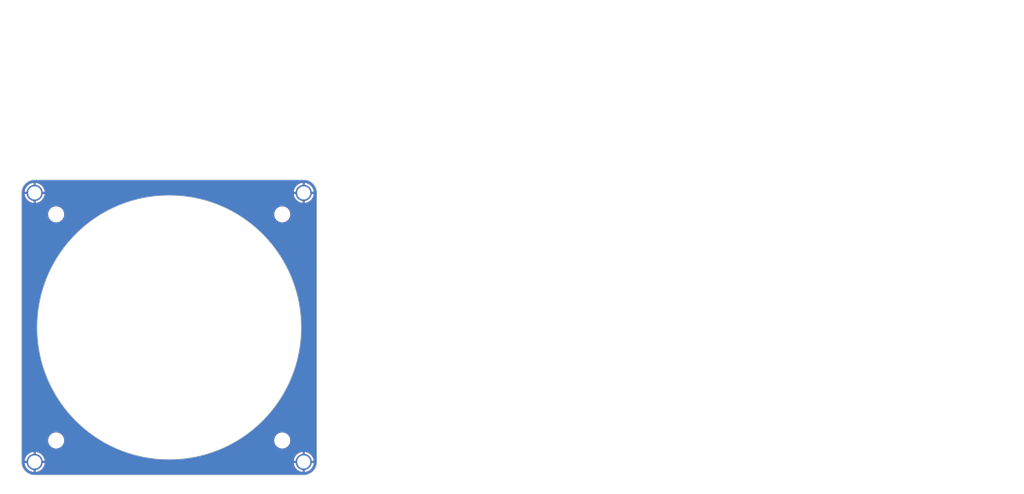
<source format=kicad_pcb>
(kicad_pcb (version 20241229) (generator "pcbnew") (generator_version "9.0")
  (layers (0 "F.Cu" signal) (2 "B.Cu" signal) (13 "F.Paste" user) (15 "B.Paste" user) (5 "F.SilkS" user "F.Silkscreen") (7 "B.SilkS" user "B.Silkscreen") (1 "F.Mask" user) (3 "B.Mask" user) (25 "Edge.Cuts" user))
  (net 0 "")
  (net 1 "GND")
  (footprint "MountingHole:MountingHole_2.2mm_M2" (layer "F.Cu") (at 82.175 99.4)
    (property "Reference" "H4" (hide yes))
    (property "Value" "M2")
    (pad "" np_thru_hole circle (at 0 0) (size 2.2 2.2) (drill 2.2) (layers "*.Cu" "*.Mask"))
  )
  (footprint "DreaM117er-keebLibrary:MountingHole_2.2mm_M2_Nut_THT" (layer "F.Cu") (at 85.775 57.886 45)
    (property "Reference" "H10")
    (property "Value" "M2" (hide yes))
    (pad "1" thru_hole circle (at 0 0 45) (size 2.7 2.7) (drill 2.2) (layers "*.Cu") (net 1 "GND"))
  )
  (footprint "MountingHole:MountingHole_2.2mm_M2" (layer "F.Cu") (at 44.261 61.486)
    (property "Reference" "H1" (hide yes))
    (property "Value" "M2")
    (pad "" np_thru_hole circle (at 0 0) (size 2.2 2.2) (drill 2.2) (layers "*.Cu" "*.Mask"))
  )
  (footprint "MountingHole:MountingHole_2.2mm_M2" (layer "F.Cu") (at 44.261 99.4)
    (property "Reference" "H2" (hide yes))
    (property "Value" "M2")
    (pad "" np_thru_hole circle (at 0 0) (size 2.2 2.2) (drill 2.2) (layers "*.Cu" "*.Mask"))
  )
  (footprint "MountingHole:MountingHole_2.2mm_M2" (layer "F.Cu") (at 82.175 61.486)
    (property "Reference" "H3" (hide yes))
    (property "Value" "M2")
    (pad "" np_thru_hole circle (at 0 0) (size 2.2 2.2) (drill 2.2) (layers "*.Cu" "*.Mask"))
  )
  (footprint "DreaM117er-keebLibrary:MountingHole_2.2mm_M2_Nut_THT" (layer "F.Cu") (at 40.661 103 -135)
    (property "Reference" "H9")
    (property "Value" "M2" (hide yes))
    (pad "1" thru_hole circle (at 0 0 225) (size 2.7 2.7) (drill 2.2) (layers "*.Cu") (net 1 "GND"))
  )
  (footprint "DreaM117er-keebLibrary:Trackpad_Cirque_TM040040" (layer "F.Cu") (at 63.218 80.443 -90)
    (property "Reference" "H5" (hide yes))
    (property "Value" "TM040040")
  )
  (footprint "DreaM117er-keebLibrary:MountingHole_2.2mm_M2_Nut_THT" (layer "F.Cu") (at 40.661 57.886 135)
    (property "Reference" "H8")
    (property "Value" "M2" (hide yes))
    (pad "1" thru_hole circle (at 0 0 135) (size 2.7 2.7) (drill 2.2) (layers "*.Cu") (net 1 "GND"))
  )
  (footprint "DreaM117er-keebLibrary:MountingHole_2.2mm_M2_Nut_THT" (layer "F.Cu") (at 85.775 103 135)
    (property "Reference" "H11")
    (property "Value" "M2" (hide yes))
    (pad "1" thru_hole circle (at 0 0 135) (size 2.7 2.7) (drill 2.2) (layers "*.Cu") (net 1 "GND"))
  )
  (gr_arc (start 38.461 57.886) (mid 39.105365 56.330365) (end 40.661 55.686) (stroke (width 0.1)) (layer "Edge.Cuts"))
  (gr_arc (start 85.775 55.686) (mid 87.330635 56.330365) (end 87.975 57.886) (stroke (width 0.1)) (layer "Edge.Cuts"))
  (gr_arc (start 87.975 103) (mid 87.330635 104.555635) (end 85.775 105.2) (stroke (width 0.1)) (layer "Edge.Cuts"))
  (gr_line (start 40.661 105.2) (end 85.775 105.2) (stroke (width 0.1)) (layer "Edge.Cuts"))
  (gr_line (start 40.661 55.686) (end 85.775 55.686) (stroke (width 0.1)) (layer "Edge.Cuts"))
  (gr_arc (start 40.661 105.2) (mid 39.105365 104.555635) (end 38.461 103) (stroke (width 0.1)) (layer "Edge.Cuts"))
  (gr_circle (center 63.218 80.443) (end 85.348 80.443) (stroke (width 0.1)) (fill no) (layer "Edge.Cuts"))
  (gr_line (start 87.975 103) (end 87.975 57.886) (stroke (width 0.1)) (layer "Edge.Cuts"))
  (gr_line (start 38.461 103) (end 38.461 57.886) (stroke (width 0.1)) (layer "Edge.Cuts"))
  (zone (net 1) (net_name "GND") (layers "F.Cu" "B.Cu") (connect_pads (clearance 0.25)) (min_thickness 0.25) (fill yes (thermal_gap 0.35) (thermal_bridge_width 0.35))
    (polygon (pts (xy 34.85 25.54) (xy 34.85 108.17) (xy 206.22 108.4) (xy 206.56 25.66)))
  )
)
</source>
